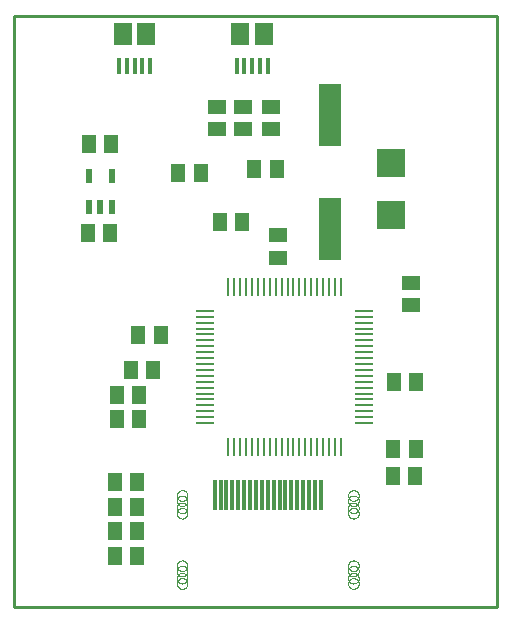
<source format=gtp>
G75*
%MOIN*%
%OFA0B0*%
%FSLAX25Y25*%
%IPPOS*%
%LPD*%
%AMOC8*
5,1,8,0,0,1.08239X$1,22.5*
%
%ADD10C,0.01000*%
%ADD11R,0.01575X0.05315*%
%ADD12R,0.05906X0.07480*%
%ADD13R,0.09449X0.09449*%
%ADD14R,0.05906X0.00984*%
%ADD15R,0.00984X0.05906*%
%ADD16R,0.01181X0.10236*%
%ADD17C,0.00000*%
%ADD18R,0.05118X0.05906*%
%ADD19R,0.05906X0.05118*%
%ADD20R,0.02200X0.04800*%
%ADD21R,0.07600X0.21000*%
%ADD22R,0.06299X0.05118*%
%ADD23R,0.05118X0.06299*%
D10*
X0045031Y0019923D02*
X0045031Y0216673D01*
X0206031Y0216673D01*
X0206031Y0019923D01*
X0045031Y0019923D01*
D11*
X0080213Y0200265D03*
X0082772Y0200265D03*
X0085331Y0200265D03*
X0087890Y0200265D03*
X0090449Y0200265D03*
X0119413Y0200265D03*
X0121972Y0200265D03*
X0124531Y0200265D03*
X0127090Y0200265D03*
X0129649Y0200265D03*
D12*
X0128468Y0210797D03*
X0120594Y0210757D03*
X0089268Y0210797D03*
X0081394Y0210757D03*
D13*
X0170884Y0167884D03*
X0170884Y0150561D03*
D14*
X0161906Y0118523D03*
X0161906Y0116555D03*
X0161906Y0114586D03*
X0161906Y0112618D03*
X0161906Y0110649D03*
X0161906Y0108681D03*
X0161906Y0106712D03*
X0161906Y0104744D03*
X0161906Y0102775D03*
X0161906Y0100807D03*
X0161906Y0098838D03*
X0161906Y0096870D03*
X0161906Y0094901D03*
X0161906Y0092933D03*
X0161906Y0090964D03*
X0161906Y0088996D03*
X0161906Y0087027D03*
X0161906Y0085059D03*
X0161906Y0083090D03*
X0161906Y0081122D03*
X0108756Y0081122D03*
X0108756Y0083090D03*
X0108756Y0085059D03*
X0108756Y0087027D03*
X0108756Y0088996D03*
X0108756Y0090964D03*
X0108756Y0092933D03*
X0108756Y0094901D03*
X0108756Y0096870D03*
X0108756Y0098838D03*
X0108756Y0100807D03*
X0108756Y0102775D03*
X0108756Y0104744D03*
X0108756Y0106712D03*
X0108756Y0108681D03*
X0108756Y0110649D03*
X0108756Y0112618D03*
X0108756Y0114586D03*
X0108756Y0116555D03*
X0108756Y0118523D03*
D15*
X0116630Y0126397D03*
X0118599Y0126397D03*
X0120567Y0126397D03*
X0122536Y0126397D03*
X0124504Y0126397D03*
X0126473Y0126397D03*
X0128441Y0126397D03*
X0130410Y0126397D03*
X0132378Y0126397D03*
X0134347Y0126397D03*
X0136315Y0126397D03*
X0138284Y0126397D03*
X0140252Y0126397D03*
X0142221Y0126397D03*
X0144189Y0126397D03*
X0146158Y0126397D03*
X0148126Y0126397D03*
X0150095Y0126397D03*
X0152063Y0126397D03*
X0154032Y0126397D03*
X0154032Y0073248D03*
X0152063Y0073248D03*
X0150095Y0073248D03*
X0148126Y0073248D03*
X0146158Y0073248D03*
X0144189Y0073248D03*
X0142221Y0073248D03*
X0140252Y0073248D03*
X0138284Y0073248D03*
X0136315Y0073248D03*
X0134347Y0073248D03*
X0132378Y0073248D03*
X0130410Y0073248D03*
X0128441Y0073248D03*
X0126473Y0073248D03*
X0124504Y0073248D03*
X0122536Y0073248D03*
X0120567Y0073248D03*
X0118599Y0073248D03*
X0116630Y0073248D03*
D16*
X0115952Y0057013D03*
X0117920Y0057013D03*
X0119889Y0057013D03*
X0121857Y0057013D03*
X0123826Y0057013D03*
X0125794Y0057013D03*
X0127763Y0057013D03*
X0129731Y0057013D03*
X0131700Y0057013D03*
X0133668Y0057013D03*
X0135637Y0057013D03*
X0137605Y0057013D03*
X0139574Y0057013D03*
X0141542Y0057013D03*
X0143511Y0057013D03*
X0145479Y0057013D03*
X0147448Y0057013D03*
X0113983Y0057013D03*
X0112015Y0057013D03*
D17*
X0099416Y0056974D02*
X0099418Y0057058D01*
X0099424Y0057141D01*
X0099434Y0057224D01*
X0099448Y0057307D01*
X0099465Y0057389D01*
X0099487Y0057470D01*
X0099512Y0057549D01*
X0099541Y0057628D01*
X0099574Y0057705D01*
X0099610Y0057780D01*
X0099650Y0057854D01*
X0099693Y0057926D01*
X0099740Y0057995D01*
X0099790Y0058062D01*
X0099843Y0058127D01*
X0099899Y0058189D01*
X0099957Y0058249D01*
X0100019Y0058306D01*
X0100083Y0058359D01*
X0100150Y0058410D01*
X0100219Y0058457D01*
X0100290Y0058502D01*
X0100363Y0058542D01*
X0100438Y0058579D01*
X0100515Y0058613D01*
X0100593Y0058643D01*
X0100672Y0058669D01*
X0100753Y0058692D01*
X0100835Y0058710D01*
X0100917Y0058725D01*
X0101000Y0058736D01*
X0101083Y0058743D01*
X0101167Y0058746D01*
X0101251Y0058745D01*
X0101334Y0058740D01*
X0101418Y0058731D01*
X0101500Y0058718D01*
X0101582Y0058702D01*
X0101663Y0058681D01*
X0101744Y0058657D01*
X0101822Y0058629D01*
X0101900Y0058597D01*
X0101976Y0058561D01*
X0102050Y0058522D01*
X0102122Y0058480D01*
X0102192Y0058434D01*
X0102260Y0058385D01*
X0102325Y0058333D01*
X0102388Y0058278D01*
X0102448Y0058220D01*
X0102506Y0058159D01*
X0102560Y0058095D01*
X0102612Y0058029D01*
X0102660Y0057961D01*
X0102705Y0057890D01*
X0102746Y0057817D01*
X0102785Y0057743D01*
X0102819Y0057667D01*
X0102850Y0057589D01*
X0102877Y0057510D01*
X0102901Y0057429D01*
X0102920Y0057348D01*
X0102936Y0057266D01*
X0102948Y0057183D01*
X0102956Y0057099D01*
X0102960Y0057016D01*
X0102960Y0056932D01*
X0102956Y0056849D01*
X0102948Y0056765D01*
X0102936Y0056682D01*
X0102920Y0056600D01*
X0102901Y0056519D01*
X0102877Y0056438D01*
X0102850Y0056359D01*
X0102819Y0056281D01*
X0102785Y0056205D01*
X0102746Y0056131D01*
X0102705Y0056058D01*
X0102660Y0055987D01*
X0102612Y0055919D01*
X0102560Y0055853D01*
X0102506Y0055789D01*
X0102448Y0055728D01*
X0102388Y0055670D01*
X0102325Y0055615D01*
X0102260Y0055563D01*
X0102192Y0055514D01*
X0102122Y0055468D01*
X0102050Y0055426D01*
X0101976Y0055387D01*
X0101900Y0055351D01*
X0101822Y0055319D01*
X0101744Y0055291D01*
X0101663Y0055267D01*
X0101582Y0055246D01*
X0101500Y0055230D01*
X0101418Y0055217D01*
X0101334Y0055208D01*
X0101251Y0055203D01*
X0101167Y0055202D01*
X0101083Y0055205D01*
X0101000Y0055212D01*
X0100917Y0055223D01*
X0100835Y0055238D01*
X0100753Y0055256D01*
X0100672Y0055279D01*
X0100593Y0055305D01*
X0100515Y0055335D01*
X0100438Y0055369D01*
X0100363Y0055406D01*
X0100290Y0055446D01*
X0100219Y0055491D01*
X0100150Y0055538D01*
X0100083Y0055589D01*
X0100019Y0055642D01*
X0099957Y0055699D01*
X0099899Y0055759D01*
X0099843Y0055821D01*
X0099790Y0055886D01*
X0099740Y0055953D01*
X0099693Y0056022D01*
X0099650Y0056094D01*
X0099610Y0056168D01*
X0099574Y0056243D01*
X0099541Y0056320D01*
X0099512Y0056399D01*
X0099487Y0056478D01*
X0099465Y0056559D01*
X0099448Y0056641D01*
X0099434Y0056724D01*
X0099424Y0056807D01*
X0099418Y0056890D01*
X0099416Y0056974D01*
X0099416Y0055202D02*
X0099418Y0055286D01*
X0099424Y0055369D01*
X0099434Y0055452D01*
X0099448Y0055535D01*
X0099465Y0055617D01*
X0099487Y0055698D01*
X0099512Y0055777D01*
X0099541Y0055856D01*
X0099574Y0055933D01*
X0099610Y0056008D01*
X0099650Y0056082D01*
X0099693Y0056154D01*
X0099740Y0056223D01*
X0099790Y0056290D01*
X0099843Y0056355D01*
X0099899Y0056417D01*
X0099957Y0056477D01*
X0100019Y0056534D01*
X0100083Y0056587D01*
X0100150Y0056638D01*
X0100219Y0056685D01*
X0100290Y0056730D01*
X0100363Y0056770D01*
X0100438Y0056807D01*
X0100515Y0056841D01*
X0100593Y0056871D01*
X0100672Y0056897D01*
X0100753Y0056920D01*
X0100835Y0056938D01*
X0100917Y0056953D01*
X0101000Y0056964D01*
X0101083Y0056971D01*
X0101167Y0056974D01*
X0101251Y0056973D01*
X0101334Y0056968D01*
X0101418Y0056959D01*
X0101500Y0056946D01*
X0101582Y0056930D01*
X0101663Y0056909D01*
X0101744Y0056885D01*
X0101822Y0056857D01*
X0101900Y0056825D01*
X0101976Y0056789D01*
X0102050Y0056750D01*
X0102122Y0056708D01*
X0102192Y0056662D01*
X0102260Y0056613D01*
X0102325Y0056561D01*
X0102388Y0056506D01*
X0102448Y0056448D01*
X0102506Y0056387D01*
X0102560Y0056323D01*
X0102612Y0056257D01*
X0102660Y0056189D01*
X0102705Y0056118D01*
X0102746Y0056045D01*
X0102785Y0055971D01*
X0102819Y0055895D01*
X0102850Y0055817D01*
X0102877Y0055738D01*
X0102901Y0055657D01*
X0102920Y0055576D01*
X0102936Y0055494D01*
X0102948Y0055411D01*
X0102956Y0055327D01*
X0102960Y0055244D01*
X0102960Y0055160D01*
X0102956Y0055077D01*
X0102948Y0054993D01*
X0102936Y0054910D01*
X0102920Y0054828D01*
X0102901Y0054747D01*
X0102877Y0054666D01*
X0102850Y0054587D01*
X0102819Y0054509D01*
X0102785Y0054433D01*
X0102746Y0054359D01*
X0102705Y0054286D01*
X0102660Y0054215D01*
X0102612Y0054147D01*
X0102560Y0054081D01*
X0102506Y0054017D01*
X0102448Y0053956D01*
X0102388Y0053898D01*
X0102325Y0053843D01*
X0102260Y0053791D01*
X0102192Y0053742D01*
X0102122Y0053696D01*
X0102050Y0053654D01*
X0101976Y0053615D01*
X0101900Y0053579D01*
X0101822Y0053547D01*
X0101744Y0053519D01*
X0101663Y0053495D01*
X0101582Y0053474D01*
X0101500Y0053458D01*
X0101418Y0053445D01*
X0101334Y0053436D01*
X0101251Y0053431D01*
X0101167Y0053430D01*
X0101083Y0053433D01*
X0101000Y0053440D01*
X0100917Y0053451D01*
X0100835Y0053466D01*
X0100753Y0053484D01*
X0100672Y0053507D01*
X0100593Y0053533D01*
X0100515Y0053563D01*
X0100438Y0053597D01*
X0100363Y0053634D01*
X0100290Y0053674D01*
X0100219Y0053719D01*
X0100150Y0053766D01*
X0100083Y0053817D01*
X0100019Y0053870D01*
X0099957Y0053927D01*
X0099899Y0053987D01*
X0099843Y0054049D01*
X0099790Y0054114D01*
X0099740Y0054181D01*
X0099693Y0054250D01*
X0099650Y0054322D01*
X0099610Y0054396D01*
X0099574Y0054471D01*
X0099541Y0054548D01*
X0099512Y0054627D01*
X0099487Y0054706D01*
X0099465Y0054787D01*
X0099448Y0054869D01*
X0099434Y0054952D01*
X0099424Y0055035D01*
X0099418Y0055118D01*
X0099416Y0055202D01*
X0099416Y0052840D02*
X0099418Y0052924D01*
X0099424Y0053007D01*
X0099434Y0053090D01*
X0099448Y0053173D01*
X0099465Y0053255D01*
X0099487Y0053336D01*
X0099512Y0053415D01*
X0099541Y0053494D01*
X0099574Y0053571D01*
X0099610Y0053646D01*
X0099650Y0053720D01*
X0099693Y0053792D01*
X0099740Y0053861D01*
X0099790Y0053928D01*
X0099843Y0053993D01*
X0099899Y0054055D01*
X0099957Y0054115D01*
X0100019Y0054172D01*
X0100083Y0054225D01*
X0100150Y0054276D01*
X0100219Y0054323D01*
X0100290Y0054368D01*
X0100363Y0054408D01*
X0100438Y0054445D01*
X0100515Y0054479D01*
X0100593Y0054509D01*
X0100672Y0054535D01*
X0100753Y0054558D01*
X0100835Y0054576D01*
X0100917Y0054591D01*
X0101000Y0054602D01*
X0101083Y0054609D01*
X0101167Y0054612D01*
X0101251Y0054611D01*
X0101334Y0054606D01*
X0101418Y0054597D01*
X0101500Y0054584D01*
X0101582Y0054568D01*
X0101663Y0054547D01*
X0101744Y0054523D01*
X0101822Y0054495D01*
X0101900Y0054463D01*
X0101976Y0054427D01*
X0102050Y0054388D01*
X0102122Y0054346D01*
X0102192Y0054300D01*
X0102260Y0054251D01*
X0102325Y0054199D01*
X0102388Y0054144D01*
X0102448Y0054086D01*
X0102506Y0054025D01*
X0102560Y0053961D01*
X0102612Y0053895D01*
X0102660Y0053827D01*
X0102705Y0053756D01*
X0102746Y0053683D01*
X0102785Y0053609D01*
X0102819Y0053533D01*
X0102850Y0053455D01*
X0102877Y0053376D01*
X0102901Y0053295D01*
X0102920Y0053214D01*
X0102936Y0053132D01*
X0102948Y0053049D01*
X0102956Y0052965D01*
X0102960Y0052882D01*
X0102960Y0052798D01*
X0102956Y0052715D01*
X0102948Y0052631D01*
X0102936Y0052548D01*
X0102920Y0052466D01*
X0102901Y0052385D01*
X0102877Y0052304D01*
X0102850Y0052225D01*
X0102819Y0052147D01*
X0102785Y0052071D01*
X0102746Y0051997D01*
X0102705Y0051924D01*
X0102660Y0051853D01*
X0102612Y0051785D01*
X0102560Y0051719D01*
X0102506Y0051655D01*
X0102448Y0051594D01*
X0102388Y0051536D01*
X0102325Y0051481D01*
X0102260Y0051429D01*
X0102192Y0051380D01*
X0102122Y0051334D01*
X0102050Y0051292D01*
X0101976Y0051253D01*
X0101900Y0051217D01*
X0101822Y0051185D01*
X0101744Y0051157D01*
X0101663Y0051133D01*
X0101582Y0051112D01*
X0101500Y0051096D01*
X0101418Y0051083D01*
X0101334Y0051074D01*
X0101251Y0051069D01*
X0101167Y0051068D01*
X0101083Y0051071D01*
X0101000Y0051078D01*
X0100917Y0051089D01*
X0100835Y0051104D01*
X0100753Y0051122D01*
X0100672Y0051145D01*
X0100593Y0051171D01*
X0100515Y0051201D01*
X0100438Y0051235D01*
X0100363Y0051272D01*
X0100290Y0051312D01*
X0100219Y0051357D01*
X0100150Y0051404D01*
X0100083Y0051455D01*
X0100019Y0051508D01*
X0099957Y0051565D01*
X0099899Y0051625D01*
X0099843Y0051687D01*
X0099790Y0051752D01*
X0099740Y0051819D01*
X0099693Y0051888D01*
X0099650Y0051960D01*
X0099610Y0052034D01*
X0099574Y0052109D01*
X0099541Y0052186D01*
X0099512Y0052265D01*
X0099487Y0052344D01*
X0099465Y0052425D01*
X0099448Y0052507D01*
X0099434Y0052590D01*
X0099424Y0052673D01*
X0099418Y0052756D01*
X0099416Y0052840D01*
X0099416Y0051068D02*
X0099418Y0051152D01*
X0099424Y0051235D01*
X0099434Y0051318D01*
X0099448Y0051401D01*
X0099465Y0051483D01*
X0099487Y0051564D01*
X0099512Y0051643D01*
X0099541Y0051722D01*
X0099574Y0051799D01*
X0099610Y0051874D01*
X0099650Y0051948D01*
X0099693Y0052020D01*
X0099740Y0052089D01*
X0099790Y0052156D01*
X0099843Y0052221D01*
X0099899Y0052283D01*
X0099957Y0052343D01*
X0100019Y0052400D01*
X0100083Y0052453D01*
X0100150Y0052504D01*
X0100219Y0052551D01*
X0100290Y0052596D01*
X0100363Y0052636D01*
X0100438Y0052673D01*
X0100515Y0052707D01*
X0100593Y0052737D01*
X0100672Y0052763D01*
X0100753Y0052786D01*
X0100835Y0052804D01*
X0100917Y0052819D01*
X0101000Y0052830D01*
X0101083Y0052837D01*
X0101167Y0052840D01*
X0101251Y0052839D01*
X0101334Y0052834D01*
X0101418Y0052825D01*
X0101500Y0052812D01*
X0101582Y0052796D01*
X0101663Y0052775D01*
X0101744Y0052751D01*
X0101822Y0052723D01*
X0101900Y0052691D01*
X0101976Y0052655D01*
X0102050Y0052616D01*
X0102122Y0052574D01*
X0102192Y0052528D01*
X0102260Y0052479D01*
X0102325Y0052427D01*
X0102388Y0052372D01*
X0102448Y0052314D01*
X0102506Y0052253D01*
X0102560Y0052189D01*
X0102612Y0052123D01*
X0102660Y0052055D01*
X0102705Y0051984D01*
X0102746Y0051911D01*
X0102785Y0051837D01*
X0102819Y0051761D01*
X0102850Y0051683D01*
X0102877Y0051604D01*
X0102901Y0051523D01*
X0102920Y0051442D01*
X0102936Y0051360D01*
X0102948Y0051277D01*
X0102956Y0051193D01*
X0102960Y0051110D01*
X0102960Y0051026D01*
X0102956Y0050943D01*
X0102948Y0050859D01*
X0102936Y0050776D01*
X0102920Y0050694D01*
X0102901Y0050613D01*
X0102877Y0050532D01*
X0102850Y0050453D01*
X0102819Y0050375D01*
X0102785Y0050299D01*
X0102746Y0050225D01*
X0102705Y0050152D01*
X0102660Y0050081D01*
X0102612Y0050013D01*
X0102560Y0049947D01*
X0102506Y0049883D01*
X0102448Y0049822D01*
X0102388Y0049764D01*
X0102325Y0049709D01*
X0102260Y0049657D01*
X0102192Y0049608D01*
X0102122Y0049562D01*
X0102050Y0049520D01*
X0101976Y0049481D01*
X0101900Y0049445D01*
X0101822Y0049413D01*
X0101744Y0049385D01*
X0101663Y0049361D01*
X0101582Y0049340D01*
X0101500Y0049324D01*
X0101418Y0049311D01*
X0101334Y0049302D01*
X0101251Y0049297D01*
X0101167Y0049296D01*
X0101083Y0049299D01*
X0101000Y0049306D01*
X0100917Y0049317D01*
X0100835Y0049332D01*
X0100753Y0049350D01*
X0100672Y0049373D01*
X0100593Y0049399D01*
X0100515Y0049429D01*
X0100438Y0049463D01*
X0100363Y0049500D01*
X0100290Y0049540D01*
X0100219Y0049585D01*
X0100150Y0049632D01*
X0100083Y0049683D01*
X0100019Y0049736D01*
X0099957Y0049793D01*
X0099899Y0049853D01*
X0099843Y0049915D01*
X0099790Y0049980D01*
X0099740Y0050047D01*
X0099693Y0050116D01*
X0099650Y0050188D01*
X0099610Y0050262D01*
X0099574Y0050337D01*
X0099541Y0050414D01*
X0099512Y0050493D01*
X0099487Y0050572D01*
X0099465Y0050653D01*
X0099448Y0050735D01*
X0099434Y0050818D01*
X0099424Y0050901D01*
X0099418Y0050984D01*
X0099416Y0051068D01*
X0099416Y0033549D02*
X0099418Y0033633D01*
X0099424Y0033716D01*
X0099434Y0033799D01*
X0099448Y0033882D01*
X0099465Y0033964D01*
X0099487Y0034045D01*
X0099512Y0034124D01*
X0099541Y0034203D01*
X0099574Y0034280D01*
X0099610Y0034355D01*
X0099650Y0034429D01*
X0099693Y0034501D01*
X0099740Y0034570D01*
X0099790Y0034637D01*
X0099843Y0034702D01*
X0099899Y0034764D01*
X0099957Y0034824D01*
X0100019Y0034881D01*
X0100083Y0034934D01*
X0100150Y0034985D01*
X0100219Y0035032D01*
X0100290Y0035077D01*
X0100363Y0035117D01*
X0100438Y0035154D01*
X0100515Y0035188D01*
X0100593Y0035218D01*
X0100672Y0035244D01*
X0100753Y0035267D01*
X0100835Y0035285D01*
X0100917Y0035300D01*
X0101000Y0035311D01*
X0101083Y0035318D01*
X0101167Y0035321D01*
X0101251Y0035320D01*
X0101334Y0035315D01*
X0101418Y0035306D01*
X0101500Y0035293D01*
X0101582Y0035277D01*
X0101663Y0035256D01*
X0101744Y0035232D01*
X0101822Y0035204D01*
X0101900Y0035172D01*
X0101976Y0035136D01*
X0102050Y0035097D01*
X0102122Y0035055D01*
X0102192Y0035009D01*
X0102260Y0034960D01*
X0102325Y0034908D01*
X0102388Y0034853D01*
X0102448Y0034795D01*
X0102506Y0034734D01*
X0102560Y0034670D01*
X0102612Y0034604D01*
X0102660Y0034536D01*
X0102705Y0034465D01*
X0102746Y0034392D01*
X0102785Y0034318D01*
X0102819Y0034242D01*
X0102850Y0034164D01*
X0102877Y0034085D01*
X0102901Y0034004D01*
X0102920Y0033923D01*
X0102936Y0033841D01*
X0102948Y0033758D01*
X0102956Y0033674D01*
X0102960Y0033591D01*
X0102960Y0033507D01*
X0102956Y0033424D01*
X0102948Y0033340D01*
X0102936Y0033257D01*
X0102920Y0033175D01*
X0102901Y0033094D01*
X0102877Y0033013D01*
X0102850Y0032934D01*
X0102819Y0032856D01*
X0102785Y0032780D01*
X0102746Y0032706D01*
X0102705Y0032633D01*
X0102660Y0032562D01*
X0102612Y0032494D01*
X0102560Y0032428D01*
X0102506Y0032364D01*
X0102448Y0032303D01*
X0102388Y0032245D01*
X0102325Y0032190D01*
X0102260Y0032138D01*
X0102192Y0032089D01*
X0102122Y0032043D01*
X0102050Y0032001D01*
X0101976Y0031962D01*
X0101900Y0031926D01*
X0101822Y0031894D01*
X0101744Y0031866D01*
X0101663Y0031842D01*
X0101582Y0031821D01*
X0101500Y0031805D01*
X0101418Y0031792D01*
X0101334Y0031783D01*
X0101251Y0031778D01*
X0101167Y0031777D01*
X0101083Y0031780D01*
X0101000Y0031787D01*
X0100917Y0031798D01*
X0100835Y0031813D01*
X0100753Y0031831D01*
X0100672Y0031854D01*
X0100593Y0031880D01*
X0100515Y0031910D01*
X0100438Y0031944D01*
X0100363Y0031981D01*
X0100290Y0032021D01*
X0100219Y0032066D01*
X0100150Y0032113D01*
X0100083Y0032164D01*
X0100019Y0032217D01*
X0099957Y0032274D01*
X0099899Y0032334D01*
X0099843Y0032396D01*
X0099790Y0032461D01*
X0099740Y0032528D01*
X0099693Y0032597D01*
X0099650Y0032669D01*
X0099610Y0032743D01*
X0099574Y0032818D01*
X0099541Y0032895D01*
X0099512Y0032974D01*
X0099487Y0033053D01*
X0099465Y0033134D01*
X0099448Y0033216D01*
X0099434Y0033299D01*
X0099424Y0033382D01*
X0099418Y0033465D01*
X0099416Y0033549D01*
X0099416Y0031777D02*
X0099418Y0031861D01*
X0099424Y0031944D01*
X0099434Y0032027D01*
X0099448Y0032110D01*
X0099465Y0032192D01*
X0099487Y0032273D01*
X0099512Y0032352D01*
X0099541Y0032431D01*
X0099574Y0032508D01*
X0099610Y0032583D01*
X0099650Y0032657D01*
X0099693Y0032729D01*
X0099740Y0032798D01*
X0099790Y0032865D01*
X0099843Y0032930D01*
X0099899Y0032992D01*
X0099957Y0033052D01*
X0100019Y0033109D01*
X0100083Y0033162D01*
X0100150Y0033213D01*
X0100219Y0033260D01*
X0100290Y0033305D01*
X0100363Y0033345D01*
X0100438Y0033382D01*
X0100515Y0033416D01*
X0100593Y0033446D01*
X0100672Y0033472D01*
X0100753Y0033495D01*
X0100835Y0033513D01*
X0100917Y0033528D01*
X0101000Y0033539D01*
X0101083Y0033546D01*
X0101167Y0033549D01*
X0101251Y0033548D01*
X0101334Y0033543D01*
X0101418Y0033534D01*
X0101500Y0033521D01*
X0101582Y0033505D01*
X0101663Y0033484D01*
X0101744Y0033460D01*
X0101822Y0033432D01*
X0101900Y0033400D01*
X0101976Y0033364D01*
X0102050Y0033325D01*
X0102122Y0033283D01*
X0102192Y0033237D01*
X0102260Y0033188D01*
X0102325Y0033136D01*
X0102388Y0033081D01*
X0102448Y0033023D01*
X0102506Y0032962D01*
X0102560Y0032898D01*
X0102612Y0032832D01*
X0102660Y0032764D01*
X0102705Y0032693D01*
X0102746Y0032620D01*
X0102785Y0032546D01*
X0102819Y0032470D01*
X0102850Y0032392D01*
X0102877Y0032313D01*
X0102901Y0032232D01*
X0102920Y0032151D01*
X0102936Y0032069D01*
X0102948Y0031986D01*
X0102956Y0031902D01*
X0102960Y0031819D01*
X0102960Y0031735D01*
X0102956Y0031652D01*
X0102948Y0031568D01*
X0102936Y0031485D01*
X0102920Y0031403D01*
X0102901Y0031322D01*
X0102877Y0031241D01*
X0102850Y0031162D01*
X0102819Y0031084D01*
X0102785Y0031008D01*
X0102746Y0030934D01*
X0102705Y0030861D01*
X0102660Y0030790D01*
X0102612Y0030722D01*
X0102560Y0030656D01*
X0102506Y0030592D01*
X0102448Y0030531D01*
X0102388Y0030473D01*
X0102325Y0030418D01*
X0102260Y0030366D01*
X0102192Y0030317D01*
X0102122Y0030271D01*
X0102050Y0030229D01*
X0101976Y0030190D01*
X0101900Y0030154D01*
X0101822Y0030122D01*
X0101744Y0030094D01*
X0101663Y0030070D01*
X0101582Y0030049D01*
X0101500Y0030033D01*
X0101418Y0030020D01*
X0101334Y0030011D01*
X0101251Y0030006D01*
X0101167Y0030005D01*
X0101083Y0030008D01*
X0101000Y0030015D01*
X0100917Y0030026D01*
X0100835Y0030041D01*
X0100753Y0030059D01*
X0100672Y0030082D01*
X0100593Y0030108D01*
X0100515Y0030138D01*
X0100438Y0030172D01*
X0100363Y0030209D01*
X0100290Y0030249D01*
X0100219Y0030294D01*
X0100150Y0030341D01*
X0100083Y0030392D01*
X0100019Y0030445D01*
X0099957Y0030502D01*
X0099899Y0030562D01*
X0099843Y0030624D01*
X0099790Y0030689D01*
X0099740Y0030756D01*
X0099693Y0030825D01*
X0099650Y0030897D01*
X0099610Y0030971D01*
X0099574Y0031046D01*
X0099541Y0031123D01*
X0099512Y0031202D01*
X0099487Y0031281D01*
X0099465Y0031362D01*
X0099448Y0031444D01*
X0099434Y0031527D01*
X0099424Y0031610D01*
X0099418Y0031693D01*
X0099416Y0031777D01*
X0099416Y0029415D02*
X0099418Y0029499D01*
X0099424Y0029582D01*
X0099434Y0029665D01*
X0099448Y0029748D01*
X0099465Y0029830D01*
X0099487Y0029911D01*
X0099512Y0029990D01*
X0099541Y0030069D01*
X0099574Y0030146D01*
X0099610Y0030221D01*
X0099650Y0030295D01*
X0099693Y0030367D01*
X0099740Y0030436D01*
X0099790Y0030503D01*
X0099843Y0030568D01*
X0099899Y0030630D01*
X0099957Y0030690D01*
X0100019Y0030747D01*
X0100083Y0030800D01*
X0100150Y0030851D01*
X0100219Y0030898D01*
X0100290Y0030943D01*
X0100363Y0030983D01*
X0100438Y0031020D01*
X0100515Y0031054D01*
X0100593Y0031084D01*
X0100672Y0031110D01*
X0100753Y0031133D01*
X0100835Y0031151D01*
X0100917Y0031166D01*
X0101000Y0031177D01*
X0101083Y0031184D01*
X0101167Y0031187D01*
X0101251Y0031186D01*
X0101334Y0031181D01*
X0101418Y0031172D01*
X0101500Y0031159D01*
X0101582Y0031143D01*
X0101663Y0031122D01*
X0101744Y0031098D01*
X0101822Y0031070D01*
X0101900Y0031038D01*
X0101976Y0031002D01*
X0102050Y0030963D01*
X0102122Y0030921D01*
X0102192Y0030875D01*
X0102260Y0030826D01*
X0102325Y0030774D01*
X0102388Y0030719D01*
X0102448Y0030661D01*
X0102506Y0030600D01*
X0102560Y0030536D01*
X0102612Y0030470D01*
X0102660Y0030402D01*
X0102705Y0030331D01*
X0102746Y0030258D01*
X0102785Y0030184D01*
X0102819Y0030108D01*
X0102850Y0030030D01*
X0102877Y0029951D01*
X0102901Y0029870D01*
X0102920Y0029789D01*
X0102936Y0029707D01*
X0102948Y0029624D01*
X0102956Y0029540D01*
X0102960Y0029457D01*
X0102960Y0029373D01*
X0102956Y0029290D01*
X0102948Y0029206D01*
X0102936Y0029123D01*
X0102920Y0029041D01*
X0102901Y0028960D01*
X0102877Y0028879D01*
X0102850Y0028800D01*
X0102819Y0028722D01*
X0102785Y0028646D01*
X0102746Y0028572D01*
X0102705Y0028499D01*
X0102660Y0028428D01*
X0102612Y0028360D01*
X0102560Y0028294D01*
X0102506Y0028230D01*
X0102448Y0028169D01*
X0102388Y0028111D01*
X0102325Y0028056D01*
X0102260Y0028004D01*
X0102192Y0027955D01*
X0102122Y0027909D01*
X0102050Y0027867D01*
X0101976Y0027828D01*
X0101900Y0027792D01*
X0101822Y0027760D01*
X0101744Y0027732D01*
X0101663Y0027708D01*
X0101582Y0027687D01*
X0101500Y0027671D01*
X0101418Y0027658D01*
X0101334Y0027649D01*
X0101251Y0027644D01*
X0101167Y0027643D01*
X0101083Y0027646D01*
X0101000Y0027653D01*
X0100917Y0027664D01*
X0100835Y0027679D01*
X0100753Y0027697D01*
X0100672Y0027720D01*
X0100593Y0027746D01*
X0100515Y0027776D01*
X0100438Y0027810D01*
X0100363Y0027847D01*
X0100290Y0027887D01*
X0100219Y0027932D01*
X0100150Y0027979D01*
X0100083Y0028030D01*
X0100019Y0028083D01*
X0099957Y0028140D01*
X0099899Y0028200D01*
X0099843Y0028262D01*
X0099790Y0028327D01*
X0099740Y0028394D01*
X0099693Y0028463D01*
X0099650Y0028535D01*
X0099610Y0028609D01*
X0099574Y0028684D01*
X0099541Y0028761D01*
X0099512Y0028840D01*
X0099487Y0028919D01*
X0099465Y0029000D01*
X0099448Y0029082D01*
X0099434Y0029165D01*
X0099424Y0029248D01*
X0099418Y0029331D01*
X0099416Y0029415D01*
X0099416Y0027643D02*
X0099418Y0027727D01*
X0099424Y0027810D01*
X0099434Y0027893D01*
X0099448Y0027976D01*
X0099465Y0028058D01*
X0099487Y0028139D01*
X0099512Y0028218D01*
X0099541Y0028297D01*
X0099574Y0028374D01*
X0099610Y0028449D01*
X0099650Y0028523D01*
X0099693Y0028595D01*
X0099740Y0028664D01*
X0099790Y0028731D01*
X0099843Y0028796D01*
X0099899Y0028858D01*
X0099957Y0028918D01*
X0100019Y0028975D01*
X0100083Y0029028D01*
X0100150Y0029079D01*
X0100219Y0029126D01*
X0100290Y0029171D01*
X0100363Y0029211D01*
X0100438Y0029248D01*
X0100515Y0029282D01*
X0100593Y0029312D01*
X0100672Y0029338D01*
X0100753Y0029361D01*
X0100835Y0029379D01*
X0100917Y0029394D01*
X0101000Y0029405D01*
X0101083Y0029412D01*
X0101167Y0029415D01*
X0101251Y0029414D01*
X0101334Y0029409D01*
X0101418Y0029400D01*
X0101500Y0029387D01*
X0101582Y0029371D01*
X0101663Y0029350D01*
X0101744Y0029326D01*
X0101822Y0029298D01*
X0101900Y0029266D01*
X0101976Y0029230D01*
X0102050Y0029191D01*
X0102122Y0029149D01*
X0102192Y0029103D01*
X0102260Y0029054D01*
X0102325Y0029002D01*
X0102388Y0028947D01*
X0102448Y0028889D01*
X0102506Y0028828D01*
X0102560Y0028764D01*
X0102612Y0028698D01*
X0102660Y0028630D01*
X0102705Y0028559D01*
X0102746Y0028486D01*
X0102785Y0028412D01*
X0102819Y0028336D01*
X0102850Y0028258D01*
X0102877Y0028179D01*
X0102901Y0028098D01*
X0102920Y0028017D01*
X0102936Y0027935D01*
X0102948Y0027852D01*
X0102956Y0027768D01*
X0102960Y0027685D01*
X0102960Y0027601D01*
X0102956Y0027518D01*
X0102948Y0027434D01*
X0102936Y0027351D01*
X0102920Y0027269D01*
X0102901Y0027188D01*
X0102877Y0027107D01*
X0102850Y0027028D01*
X0102819Y0026950D01*
X0102785Y0026874D01*
X0102746Y0026800D01*
X0102705Y0026727D01*
X0102660Y0026656D01*
X0102612Y0026588D01*
X0102560Y0026522D01*
X0102506Y0026458D01*
X0102448Y0026397D01*
X0102388Y0026339D01*
X0102325Y0026284D01*
X0102260Y0026232D01*
X0102192Y0026183D01*
X0102122Y0026137D01*
X0102050Y0026095D01*
X0101976Y0026056D01*
X0101900Y0026020D01*
X0101822Y0025988D01*
X0101744Y0025960D01*
X0101663Y0025936D01*
X0101582Y0025915D01*
X0101500Y0025899D01*
X0101418Y0025886D01*
X0101334Y0025877D01*
X0101251Y0025872D01*
X0101167Y0025871D01*
X0101083Y0025874D01*
X0101000Y0025881D01*
X0100917Y0025892D01*
X0100835Y0025907D01*
X0100753Y0025925D01*
X0100672Y0025948D01*
X0100593Y0025974D01*
X0100515Y0026004D01*
X0100438Y0026038D01*
X0100363Y0026075D01*
X0100290Y0026115D01*
X0100219Y0026160D01*
X0100150Y0026207D01*
X0100083Y0026258D01*
X0100019Y0026311D01*
X0099957Y0026368D01*
X0099899Y0026428D01*
X0099843Y0026490D01*
X0099790Y0026555D01*
X0099740Y0026622D01*
X0099693Y0026691D01*
X0099650Y0026763D01*
X0099610Y0026837D01*
X0099574Y0026912D01*
X0099541Y0026989D01*
X0099512Y0027068D01*
X0099487Y0027147D01*
X0099465Y0027228D01*
X0099448Y0027310D01*
X0099434Y0027393D01*
X0099424Y0027476D01*
X0099418Y0027559D01*
X0099416Y0027643D01*
X0156503Y0027643D02*
X0156505Y0027727D01*
X0156511Y0027810D01*
X0156521Y0027893D01*
X0156535Y0027976D01*
X0156552Y0028058D01*
X0156574Y0028139D01*
X0156599Y0028218D01*
X0156628Y0028297D01*
X0156661Y0028374D01*
X0156697Y0028449D01*
X0156737Y0028523D01*
X0156780Y0028595D01*
X0156827Y0028664D01*
X0156877Y0028731D01*
X0156930Y0028796D01*
X0156986Y0028858D01*
X0157044Y0028918D01*
X0157106Y0028975D01*
X0157170Y0029028D01*
X0157237Y0029079D01*
X0157306Y0029126D01*
X0157377Y0029171D01*
X0157450Y0029211D01*
X0157525Y0029248D01*
X0157602Y0029282D01*
X0157680Y0029312D01*
X0157759Y0029338D01*
X0157840Y0029361D01*
X0157922Y0029379D01*
X0158004Y0029394D01*
X0158087Y0029405D01*
X0158170Y0029412D01*
X0158254Y0029415D01*
X0158338Y0029414D01*
X0158421Y0029409D01*
X0158505Y0029400D01*
X0158587Y0029387D01*
X0158669Y0029371D01*
X0158750Y0029350D01*
X0158831Y0029326D01*
X0158909Y0029298D01*
X0158987Y0029266D01*
X0159063Y0029230D01*
X0159137Y0029191D01*
X0159209Y0029149D01*
X0159279Y0029103D01*
X0159347Y0029054D01*
X0159412Y0029002D01*
X0159475Y0028947D01*
X0159535Y0028889D01*
X0159593Y0028828D01*
X0159647Y0028764D01*
X0159699Y0028698D01*
X0159747Y0028630D01*
X0159792Y0028559D01*
X0159833Y0028486D01*
X0159872Y0028412D01*
X0159906Y0028336D01*
X0159937Y0028258D01*
X0159964Y0028179D01*
X0159988Y0028098D01*
X0160007Y0028017D01*
X0160023Y0027935D01*
X0160035Y0027852D01*
X0160043Y0027768D01*
X0160047Y0027685D01*
X0160047Y0027601D01*
X0160043Y0027518D01*
X0160035Y0027434D01*
X0160023Y0027351D01*
X0160007Y0027269D01*
X0159988Y0027188D01*
X0159964Y0027107D01*
X0159937Y0027028D01*
X0159906Y0026950D01*
X0159872Y0026874D01*
X0159833Y0026800D01*
X0159792Y0026727D01*
X0159747Y0026656D01*
X0159699Y0026588D01*
X0159647Y0026522D01*
X0159593Y0026458D01*
X0159535Y0026397D01*
X0159475Y0026339D01*
X0159412Y0026284D01*
X0159347Y0026232D01*
X0159279Y0026183D01*
X0159209Y0026137D01*
X0159137Y0026095D01*
X0159063Y0026056D01*
X0158987Y0026020D01*
X0158909Y0025988D01*
X0158831Y0025960D01*
X0158750Y0025936D01*
X0158669Y0025915D01*
X0158587Y0025899D01*
X0158505Y0025886D01*
X0158421Y0025877D01*
X0158338Y0025872D01*
X0158254Y0025871D01*
X0158170Y0025874D01*
X0158087Y0025881D01*
X0158004Y0025892D01*
X0157922Y0025907D01*
X0157840Y0025925D01*
X0157759Y0025948D01*
X0157680Y0025974D01*
X0157602Y0026004D01*
X0157525Y0026038D01*
X0157450Y0026075D01*
X0157377Y0026115D01*
X0157306Y0026160D01*
X0157237Y0026207D01*
X0157170Y0026258D01*
X0157106Y0026311D01*
X0157044Y0026368D01*
X0156986Y0026428D01*
X0156930Y0026490D01*
X0156877Y0026555D01*
X0156827Y0026622D01*
X0156780Y0026691D01*
X0156737Y0026763D01*
X0156697Y0026837D01*
X0156661Y0026912D01*
X0156628Y0026989D01*
X0156599Y0027068D01*
X0156574Y0027147D01*
X0156552Y0027228D01*
X0156535Y0027310D01*
X0156521Y0027393D01*
X0156511Y0027476D01*
X0156505Y0027559D01*
X0156503Y0027643D01*
X0156503Y0029415D02*
X0156505Y0029499D01*
X0156511Y0029582D01*
X0156521Y0029665D01*
X0156535Y0029748D01*
X0156552Y0029830D01*
X0156574Y0029911D01*
X0156599Y0029990D01*
X0156628Y0030069D01*
X0156661Y0030146D01*
X0156697Y0030221D01*
X0156737Y0030295D01*
X0156780Y0030367D01*
X0156827Y0030436D01*
X0156877Y0030503D01*
X0156930Y0030568D01*
X0156986Y0030630D01*
X0157044Y0030690D01*
X0157106Y0030747D01*
X0157170Y0030800D01*
X0157237Y0030851D01*
X0157306Y0030898D01*
X0157377Y0030943D01*
X0157450Y0030983D01*
X0157525Y0031020D01*
X0157602Y0031054D01*
X0157680Y0031084D01*
X0157759Y0031110D01*
X0157840Y0031133D01*
X0157922Y0031151D01*
X0158004Y0031166D01*
X0158087Y0031177D01*
X0158170Y0031184D01*
X0158254Y0031187D01*
X0158338Y0031186D01*
X0158421Y0031181D01*
X0158505Y0031172D01*
X0158587Y0031159D01*
X0158669Y0031143D01*
X0158750Y0031122D01*
X0158831Y0031098D01*
X0158909Y0031070D01*
X0158987Y0031038D01*
X0159063Y0031002D01*
X0159137Y0030963D01*
X0159209Y0030921D01*
X0159279Y0030875D01*
X0159347Y0030826D01*
X0159412Y0030774D01*
X0159475Y0030719D01*
X0159535Y0030661D01*
X0159593Y0030600D01*
X0159647Y0030536D01*
X0159699Y0030470D01*
X0159747Y0030402D01*
X0159792Y0030331D01*
X0159833Y0030258D01*
X0159872Y0030184D01*
X0159906Y0030108D01*
X0159937Y0030030D01*
X0159964Y0029951D01*
X0159988Y0029870D01*
X0160007Y0029789D01*
X0160023Y0029707D01*
X0160035Y0029624D01*
X0160043Y0029540D01*
X0160047Y0029457D01*
X0160047Y0029373D01*
X0160043Y0029290D01*
X0160035Y0029206D01*
X0160023Y0029123D01*
X0160007Y0029041D01*
X0159988Y0028960D01*
X0159964Y0028879D01*
X0159937Y0028800D01*
X0159906Y0028722D01*
X0159872Y0028646D01*
X0159833Y0028572D01*
X0159792Y0028499D01*
X0159747Y0028428D01*
X0159699Y0028360D01*
X0159647Y0028294D01*
X0159593Y0028230D01*
X0159535Y0028169D01*
X0159475Y0028111D01*
X0159412Y0028056D01*
X0159347Y0028004D01*
X0159279Y0027955D01*
X0159209Y0027909D01*
X0159137Y0027867D01*
X0159063Y0027828D01*
X0158987Y0027792D01*
X0158909Y0027760D01*
X0158831Y0027732D01*
X0158750Y0027708D01*
X0158669Y0027687D01*
X0158587Y0027671D01*
X0158505Y0027658D01*
X0158421Y0027649D01*
X0158338Y0027644D01*
X0158254Y0027643D01*
X0158170Y0027646D01*
X0158087Y0027653D01*
X0158004Y0027664D01*
X0157922Y0027679D01*
X0157840Y0027697D01*
X0157759Y0027720D01*
X0157680Y0027746D01*
X0157602Y0027776D01*
X0157525Y0027810D01*
X0157450Y0027847D01*
X0157377Y0027887D01*
X0157306Y0027932D01*
X0157237Y0027979D01*
X0157170Y0028030D01*
X0157106Y0028083D01*
X0157044Y0028140D01*
X0156986Y0028200D01*
X0156930Y0028262D01*
X0156877Y0028327D01*
X0156827Y0028394D01*
X0156780Y0028463D01*
X0156737Y0028535D01*
X0156697Y0028609D01*
X0156661Y0028684D01*
X0156628Y0028761D01*
X0156599Y0028840D01*
X0156574Y0028919D01*
X0156552Y0029000D01*
X0156535Y0029082D01*
X0156521Y0029165D01*
X0156511Y0029248D01*
X0156505Y0029331D01*
X0156503Y0029415D01*
X0156503Y0031777D02*
X0156505Y0031861D01*
X0156511Y0031944D01*
X0156521Y0032027D01*
X0156535Y0032110D01*
X0156552Y0032192D01*
X0156574Y0032273D01*
X0156599Y0032352D01*
X0156628Y0032431D01*
X0156661Y0032508D01*
X0156697Y0032583D01*
X0156737Y0032657D01*
X0156780Y0032729D01*
X0156827Y0032798D01*
X0156877Y0032865D01*
X0156930Y0032930D01*
X0156986Y0032992D01*
X0157044Y0033052D01*
X0157106Y0033109D01*
X0157170Y0033162D01*
X0157237Y0033213D01*
X0157306Y0033260D01*
X0157377Y0033305D01*
X0157450Y0033345D01*
X0157525Y0033382D01*
X0157602Y0033416D01*
X0157680Y0033446D01*
X0157759Y0033472D01*
X0157840Y0033495D01*
X0157922Y0033513D01*
X0158004Y0033528D01*
X0158087Y0033539D01*
X0158170Y0033546D01*
X0158254Y0033549D01*
X0158338Y0033548D01*
X0158421Y0033543D01*
X0158505Y0033534D01*
X0158587Y0033521D01*
X0158669Y0033505D01*
X0158750Y0033484D01*
X0158831Y0033460D01*
X0158909Y0033432D01*
X0158987Y0033400D01*
X0159063Y0033364D01*
X0159137Y0033325D01*
X0159209Y0033283D01*
X0159279Y0033237D01*
X0159347Y0033188D01*
X0159412Y0033136D01*
X0159475Y0033081D01*
X0159535Y0033023D01*
X0159593Y0032962D01*
X0159647Y0032898D01*
X0159699Y0032832D01*
X0159747Y0032764D01*
X0159792Y0032693D01*
X0159833Y0032620D01*
X0159872Y0032546D01*
X0159906Y0032470D01*
X0159937Y0032392D01*
X0159964Y0032313D01*
X0159988Y0032232D01*
X0160007Y0032151D01*
X0160023Y0032069D01*
X0160035Y0031986D01*
X0160043Y0031902D01*
X0160047Y0031819D01*
X0160047Y0031735D01*
X0160043Y0031652D01*
X0160035Y0031568D01*
X0160023Y0031485D01*
X0160007Y0031403D01*
X0159988Y0031322D01*
X0159964Y0031241D01*
X0159937Y0031162D01*
X0159906Y0031084D01*
X0159872Y0031008D01*
X0159833Y0030934D01*
X0159792Y0030861D01*
X0159747Y0030790D01*
X0159699Y0030722D01*
X0159647Y0030656D01*
X0159593Y0030592D01*
X0159535Y0030531D01*
X0159475Y0030473D01*
X0159412Y0030418D01*
X0159347Y0030366D01*
X0159279Y0030317D01*
X0159209Y0030271D01*
X0159137Y0030229D01*
X0159063Y0030190D01*
X0158987Y0030154D01*
X0158909Y0030122D01*
X0158831Y0030094D01*
X0158750Y0030070D01*
X0158669Y0030049D01*
X0158587Y0030033D01*
X0158505Y0030020D01*
X0158421Y0030011D01*
X0158338Y0030006D01*
X0158254Y0030005D01*
X0158170Y0030008D01*
X0158087Y0030015D01*
X0158004Y0030026D01*
X0157922Y0030041D01*
X0157840Y0030059D01*
X0157759Y0030082D01*
X0157680Y0030108D01*
X0157602Y0030138D01*
X0157525Y0030172D01*
X0157450Y0030209D01*
X0157377Y0030249D01*
X0157306Y0030294D01*
X0157237Y0030341D01*
X0157170Y0030392D01*
X0157106Y0030445D01*
X0157044Y0030502D01*
X0156986Y0030562D01*
X0156930Y0030624D01*
X0156877Y0030689D01*
X0156827Y0030756D01*
X0156780Y0030825D01*
X0156737Y0030897D01*
X0156697Y0030971D01*
X0156661Y0031046D01*
X0156628Y0031123D01*
X0156599Y0031202D01*
X0156574Y0031281D01*
X0156552Y0031362D01*
X0156535Y0031444D01*
X0156521Y0031527D01*
X0156511Y0031610D01*
X0156505Y0031693D01*
X0156503Y0031777D01*
X0156503Y0033549D02*
X0156505Y0033633D01*
X0156511Y0033716D01*
X0156521Y0033799D01*
X0156535Y0033882D01*
X0156552Y0033964D01*
X0156574Y0034045D01*
X0156599Y0034124D01*
X0156628Y0034203D01*
X0156661Y0034280D01*
X0156697Y0034355D01*
X0156737Y0034429D01*
X0156780Y0034501D01*
X0156827Y0034570D01*
X0156877Y0034637D01*
X0156930Y0034702D01*
X0156986Y0034764D01*
X0157044Y0034824D01*
X0157106Y0034881D01*
X0157170Y0034934D01*
X0157237Y0034985D01*
X0157306Y0035032D01*
X0157377Y0035077D01*
X0157450Y0035117D01*
X0157525Y0035154D01*
X0157602Y0035188D01*
X0157680Y0035218D01*
X0157759Y0035244D01*
X0157840Y0035267D01*
X0157922Y0035285D01*
X0158004Y0035300D01*
X0158087Y0035311D01*
X0158170Y0035318D01*
X0158254Y0035321D01*
X0158338Y0035320D01*
X0158421Y0035315D01*
X0158505Y0035306D01*
X0158587Y0035293D01*
X0158669Y0035277D01*
X0158750Y0035256D01*
X0158831Y0035232D01*
X0158909Y0035204D01*
X0158987Y0035172D01*
X0159063Y0035136D01*
X0159137Y0035097D01*
X0159209Y0035055D01*
X0159279Y0035009D01*
X0159347Y0034960D01*
X0159412Y0034908D01*
X0159475Y0034853D01*
X0159535Y0034795D01*
X0159593Y0034734D01*
X0159647Y0034670D01*
X0159699Y0034604D01*
X0159747Y0034536D01*
X0159792Y0034465D01*
X0159833Y0034392D01*
X0159872Y0034318D01*
X0159906Y0034242D01*
X0159937Y0034164D01*
X0159964Y0034085D01*
X0159988Y0034004D01*
X0160007Y0033923D01*
X0160023Y0033841D01*
X0160035Y0033758D01*
X0160043Y0033674D01*
X0160047Y0033591D01*
X0160047Y0033507D01*
X0160043Y0033424D01*
X0160035Y0033340D01*
X0160023Y0033257D01*
X0160007Y0033175D01*
X0159988Y0033094D01*
X0159964Y0033013D01*
X0159937Y0032934D01*
X0159906Y0032856D01*
X0159872Y0032780D01*
X0159833Y0032706D01*
X0159792Y0032633D01*
X0159747Y0032562D01*
X0159699Y0032494D01*
X0159647Y0032428D01*
X0159593Y0032364D01*
X0159535Y0032303D01*
X0159475Y0032245D01*
X0159412Y0032190D01*
X0159347Y0032138D01*
X0159279Y0032089D01*
X0159209Y0032043D01*
X0159137Y0032001D01*
X0159063Y0031962D01*
X0158987Y0031926D01*
X0158909Y0031894D01*
X0158831Y0031866D01*
X0158750Y0031842D01*
X0158669Y0031821D01*
X0158587Y0031805D01*
X0158505Y0031792D01*
X0158421Y0031783D01*
X0158338Y0031778D01*
X0158254Y0031777D01*
X0158170Y0031780D01*
X0158087Y0031787D01*
X0158004Y0031798D01*
X0157922Y0031813D01*
X0157840Y0031831D01*
X0157759Y0031854D01*
X0157680Y0031880D01*
X0157602Y0031910D01*
X0157525Y0031944D01*
X0157450Y0031981D01*
X0157377Y0032021D01*
X0157306Y0032066D01*
X0157237Y0032113D01*
X0157170Y0032164D01*
X0157106Y0032217D01*
X0157044Y0032274D01*
X0156986Y0032334D01*
X0156930Y0032396D01*
X0156877Y0032461D01*
X0156827Y0032528D01*
X0156780Y0032597D01*
X0156737Y0032669D01*
X0156697Y0032743D01*
X0156661Y0032818D01*
X0156628Y0032895D01*
X0156599Y0032974D01*
X0156574Y0033053D01*
X0156552Y0033134D01*
X0156535Y0033216D01*
X0156521Y0033299D01*
X0156511Y0033382D01*
X0156505Y0033465D01*
X0156503Y0033549D01*
X0156503Y0051068D02*
X0156505Y0051152D01*
X0156511Y0051235D01*
X0156521Y0051318D01*
X0156535Y0051401D01*
X0156552Y0051483D01*
X0156574Y0051564D01*
X0156599Y0051643D01*
X0156628Y0051722D01*
X0156661Y0051799D01*
X0156697Y0051874D01*
X0156737Y0051948D01*
X0156780Y0052020D01*
X0156827Y0052089D01*
X0156877Y0052156D01*
X0156930Y0052221D01*
X0156986Y0052283D01*
X0157044Y0052343D01*
X0157106Y0052400D01*
X0157170Y0052453D01*
X0157237Y0052504D01*
X0157306Y0052551D01*
X0157377Y0052596D01*
X0157450Y0052636D01*
X0157525Y0052673D01*
X0157602Y0052707D01*
X0157680Y0052737D01*
X0157759Y0052763D01*
X0157840Y0052786D01*
X0157922Y0052804D01*
X0158004Y0052819D01*
X0158087Y0052830D01*
X0158170Y0052837D01*
X0158254Y0052840D01*
X0158338Y0052839D01*
X0158421Y0052834D01*
X0158505Y0052825D01*
X0158587Y0052812D01*
X0158669Y0052796D01*
X0158750Y0052775D01*
X0158831Y0052751D01*
X0158909Y0052723D01*
X0158987Y0052691D01*
X0159063Y0052655D01*
X0159137Y0052616D01*
X0159209Y0052574D01*
X0159279Y0052528D01*
X0159347Y0052479D01*
X0159412Y0052427D01*
X0159475Y0052372D01*
X0159535Y0052314D01*
X0159593Y0052253D01*
X0159647Y0052189D01*
X0159699Y0052123D01*
X0159747Y0052055D01*
X0159792Y0051984D01*
X0159833Y0051911D01*
X0159872Y0051837D01*
X0159906Y0051761D01*
X0159937Y0051683D01*
X0159964Y0051604D01*
X0159988Y0051523D01*
X0160007Y0051442D01*
X0160023Y0051360D01*
X0160035Y0051277D01*
X0160043Y0051193D01*
X0160047Y0051110D01*
X0160047Y0051026D01*
X0160043Y0050943D01*
X0160035Y0050859D01*
X0160023Y0050776D01*
X0160007Y0050694D01*
X0159988Y0050613D01*
X0159964Y0050532D01*
X0159937Y0050453D01*
X0159906Y0050375D01*
X0159872Y0050299D01*
X0159833Y0050225D01*
X0159792Y0050152D01*
X0159747Y0050081D01*
X0159699Y0050013D01*
X0159647Y0049947D01*
X0159593Y0049883D01*
X0159535Y0049822D01*
X0159475Y0049764D01*
X0159412Y0049709D01*
X0159347Y0049657D01*
X0159279Y0049608D01*
X0159209Y0049562D01*
X0159137Y0049520D01*
X0159063Y0049481D01*
X0158987Y0049445D01*
X0158909Y0049413D01*
X0158831Y0049385D01*
X0158750Y0049361D01*
X0158669Y0049340D01*
X0158587Y0049324D01*
X0158505Y0049311D01*
X0158421Y0049302D01*
X0158338Y0049297D01*
X0158254Y0049296D01*
X0158170Y0049299D01*
X0158087Y0049306D01*
X0158004Y0049317D01*
X0157922Y0049332D01*
X0157840Y0049350D01*
X0157759Y0049373D01*
X0157680Y0049399D01*
X0157602Y0049429D01*
X0157525Y0049463D01*
X0157450Y0049500D01*
X0157377Y0049540D01*
X0157306Y0049585D01*
X0157237Y0049632D01*
X0157170Y0049683D01*
X0157106Y0049736D01*
X0157044Y0049793D01*
X0156986Y0049853D01*
X0156930Y0049915D01*
X0156877Y0049980D01*
X0156827Y0050047D01*
X0156780Y0050116D01*
X0156737Y0050188D01*
X0156697Y0050262D01*
X0156661Y0050337D01*
X0156628Y0050414D01*
X0156599Y0050493D01*
X0156574Y0050572D01*
X0156552Y0050653D01*
X0156535Y0050735D01*
X0156521Y0050818D01*
X0156511Y0050901D01*
X0156505Y0050984D01*
X0156503Y0051068D01*
X0156503Y0052840D02*
X0156505Y0052924D01*
X0156511Y0053007D01*
X0156521Y0053090D01*
X0156535Y0053173D01*
X0156552Y0053255D01*
X0156574Y0053336D01*
X0156599Y0053415D01*
X0156628Y0053494D01*
X0156661Y0053571D01*
X0156697Y0053646D01*
X0156737Y0053720D01*
X0156780Y0053792D01*
X0156827Y0053861D01*
X0156877Y0053928D01*
X0156930Y0053993D01*
X0156986Y0054055D01*
X0157044Y0054115D01*
X0157106Y0054172D01*
X0157170Y0054225D01*
X0157237Y0054276D01*
X0157306Y0054323D01*
X0157377Y0054368D01*
X0157450Y0054408D01*
X0157525Y0054445D01*
X0157602Y0054479D01*
X0157680Y0054509D01*
X0157759Y0054535D01*
X0157840Y0054558D01*
X0157922Y0054576D01*
X0158004Y0054591D01*
X0158087Y0054602D01*
X0158170Y0054609D01*
X0158254Y0054612D01*
X0158338Y0054611D01*
X0158421Y0054606D01*
X0158505Y0054597D01*
X0158587Y0054584D01*
X0158669Y0054568D01*
X0158750Y0054547D01*
X0158831Y0054523D01*
X0158909Y0054495D01*
X0158987Y0054463D01*
X0159063Y0054427D01*
X0159137Y0054388D01*
X0159209Y0054346D01*
X0159279Y0054300D01*
X0159347Y0054251D01*
X0159412Y0054199D01*
X0159475Y0054144D01*
X0159535Y0054086D01*
X0159593Y0054025D01*
X0159647Y0053961D01*
X0159699Y0053895D01*
X0159747Y0053827D01*
X0159792Y0053756D01*
X0159833Y0053683D01*
X0159872Y0053609D01*
X0159906Y0053533D01*
X0159937Y0053455D01*
X0159964Y0053376D01*
X0159988Y0053295D01*
X0160007Y0053214D01*
X0160023Y0053132D01*
X0160035Y0053049D01*
X0160043Y0052965D01*
X0160047Y0052882D01*
X0160047Y0052798D01*
X0160043Y0052715D01*
X0160035Y0052631D01*
X0160023Y0052548D01*
X0160007Y0052466D01*
X0159988Y0052385D01*
X0159964Y0052304D01*
X0159937Y0052225D01*
X0159906Y0052147D01*
X0159872Y0052071D01*
X0159833Y0051997D01*
X0159792Y0051924D01*
X0159747Y0051853D01*
X0159699Y0051785D01*
X0159647Y0051719D01*
X0159593Y0051655D01*
X0159535Y0051594D01*
X0159475Y0051536D01*
X0159412Y0051481D01*
X0159347Y0051429D01*
X0159279Y0051380D01*
X0159209Y0051334D01*
X0159137Y0051292D01*
X0159063Y0051253D01*
X0158987Y0051217D01*
X0158909Y0051185D01*
X0158831Y0051157D01*
X0158750Y0051133D01*
X0158669Y0051112D01*
X0158587Y0051096D01*
X0158505Y0051083D01*
X0158421Y0051074D01*
X0158338Y0051069D01*
X0158254Y0051068D01*
X0158170Y0051071D01*
X0158087Y0051078D01*
X0158004Y0051089D01*
X0157922Y0051104D01*
X0157840Y0051122D01*
X0157759Y0051145D01*
X0157680Y0051171D01*
X0157602Y0051201D01*
X0157525Y0051235D01*
X0157450Y0051272D01*
X0157377Y0051312D01*
X0157306Y0051357D01*
X0157237Y0051404D01*
X0157170Y0051455D01*
X0157106Y0051508D01*
X0157044Y0051565D01*
X0156986Y0051625D01*
X0156930Y0051687D01*
X0156877Y0051752D01*
X0156827Y0051819D01*
X0156780Y0051888D01*
X0156737Y0051960D01*
X0156697Y0052034D01*
X0156661Y0052109D01*
X0156628Y0052186D01*
X0156599Y0052265D01*
X0156574Y0052344D01*
X0156552Y0052425D01*
X0156535Y0052507D01*
X0156521Y0052590D01*
X0156511Y0052673D01*
X0156505Y0052756D01*
X0156503Y0052840D01*
X0156503Y0055202D02*
X0156505Y0055286D01*
X0156511Y0055369D01*
X0156521Y0055452D01*
X0156535Y0055535D01*
X0156552Y0055617D01*
X0156574Y0055698D01*
X0156599Y0055777D01*
X0156628Y0055856D01*
X0156661Y0055933D01*
X0156697Y0056008D01*
X0156737Y0056082D01*
X0156780Y0056154D01*
X0156827Y0056223D01*
X0156877Y0056290D01*
X0156930Y0056355D01*
X0156986Y0056417D01*
X0157044Y0056477D01*
X0157106Y0056534D01*
X0157170Y0056587D01*
X0157237Y0056638D01*
X0157306Y0056685D01*
X0157377Y0056730D01*
X0157450Y0056770D01*
X0157525Y0056807D01*
X0157602Y0056841D01*
X0157680Y0056871D01*
X0157759Y0056897D01*
X0157840Y0056920D01*
X0157922Y0056938D01*
X0158004Y0056953D01*
X0158087Y0056964D01*
X0158170Y0056971D01*
X0158254Y0056974D01*
X0158338Y0056973D01*
X0158421Y0056968D01*
X0158505Y0056959D01*
X0158587Y0056946D01*
X0158669Y0056930D01*
X0158750Y0056909D01*
X0158831Y0056885D01*
X0158909Y0056857D01*
X0158987Y0056825D01*
X0159063Y0056789D01*
X0159137Y0056750D01*
X0159209Y0056708D01*
X0159279Y0056662D01*
X0159347Y0056613D01*
X0159412Y0056561D01*
X0159475Y0056506D01*
X0159535Y0056448D01*
X0159593Y0056387D01*
X0159647Y0056323D01*
X0159699Y0056257D01*
X0159747Y0056189D01*
X0159792Y0056118D01*
X0159833Y0056045D01*
X0159872Y0055971D01*
X0159906Y0055895D01*
X0159937Y0055817D01*
X0159964Y0055738D01*
X0159988Y0055657D01*
X0160007Y0055576D01*
X0160023Y0055494D01*
X0160035Y0055411D01*
X0160043Y0055327D01*
X0160047Y0055244D01*
X0160047Y0055160D01*
X0160043Y0055077D01*
X0160035Y0054993D01*
X0160023Y0054910D01*
X0160007Y0054828D01*
X0159988Y0054747D01*
X0159964Y0054666D01*
X0159937Y0054587D01*
X0159906Y0054509D01*
X0159872Y0054433D01*
X0159833Y0054359D01*
X0159792Y0054286D01*
X0159747Y0054215D01*
X0159699Y0054147D01*
X0159647Y0054081D01*
X0159593Y0054017D01*
X0159535Y0053956D01*
X0159475Y0053898D01*
X0159412Y0053843D01*
X0159347Y0053791D01*
X0159279Y0053742D01*
X0159209Y0053696D01*
X0159137Y0053654D01*
X0159063Y0053615D01*
X0158987Y0053579D01*
X0158909Y0053547D01*
X0158831Y0053519D01*
X0158750Y0053495D01*
X0158669Y0053474D01*
X0158587Y0053458D01*
X0158505Y0053445D01*
X0158421Y0053436D01*
X0158338Y0053431D01*
X0158254Y0053430D01*
X0158170Y0053433D01*
X0158087Y0053440D01*
X0158004Y0053451D01*
X0157922Y0053466D01*
X0157840Y0053484D01*
X0157759Y0053507D01*
X0157680Y0053533D01*
X0157602Y0053563D01*
X0157525Y0053597D01*
X0157450Y0053634D01*
X0157377Y0053674D01*
X0157306Y0053719D01*
X0157237Y0053766D01*
X0157170Y0053817D01*
X0157106Y0053870D01*
X0157044Y0053927D01*
X0156986Y0053987D01*
X0156930Y0054049D01*
X0156877Y0054114D01*
X0156827Y0054181D01*
X0156780Y0054250D01*
X0156737Y0054322D01*
X0156697Y0054396D01*
X0156661Y0054471D01*
X0156628Y0054548D01*
X0156599Y0054627D01*
X0156574Y0054706D01*
X0156552Y0054787D01*
X0156535Y0054869D01*
X0156521Y0054952D01*
X0156511Y0055035D01*
X0156505Y0055118D01*
X0156503Y0055202D01*
X0156503Y0056974D02*
X0156505Y0057058D01*
X0156511Y0057141D01*
X0156521Y0057224D01*
X0156535Y0057307D01*
X0156552Y0057389D01*
X0156574Y0057470D01*
X0156599Y0057549D01*
X0156628Y0057628D01*
X0156661Y0057705D01*
X0156697Y0057780D01*
X0156737Y0057854D01*
X0156780Y0057926D01*
X0156827Y0057995D01*
X0156877Y0058062D01*
X0156930Y0058127D01*
X0156986Y0058189D01*
X0157044Y0058249D01*
X0157106Y0058306D01*
X0157170Y0058359D01*
X0157237Y0058410D01*
X0157306Y0058457D01*
X0157377Y0058502D01*
X0157450Y0058542D01*
X0157525Y0058579D01*
X0157602Y0058613D01*
X0157680Y0058643D01*
X0157759Y0058669D01*
X0157840Y0058692D01*
X0157922Y0058710D01*
X0158004Y0058725D01*
X0158087Y0058736D01*
X0158170Y0058743D01*
X0158254Y0058746D01*
X0158338Y0058745D01*
X0158421Y0058740D01*
X0158505Y0058731D01*
X0158587Y0058718D01*
X0158669Y0058702D01*
X0158750Y0058681D01*
X0158831Y0058657D01*
X0158909Y0058629D01*
X0158987Y0058597D01*
X0159063Y0058561D01*
X0159137Y0058522D01*
X0159209Y0058480D01*
X0159279Y0058434D01*
X0159347Y0058385D01*
X0159412Y0058333D01*
X0159475Y0058278D01*
X0159535Y0058220D01*
X0159593Y0058159D01*
X0159647Y0058095D01*
X0159699Y0058029D01*
X0159747Y0057961D01*
X0159792Y0057890D01*
X0159833Y0057817D01*
X0159872Y0057743D01*
X0159906Y0057667D01*
X0159937Y0057589D01*
X0159964Y0057510D01*
X0159988Y0057429D01*
X0160007Y0057348D01*
X0160023Y0057266D01*
X0160035Y0057183D01*
X0160043Y0057099D01*
X0160047Y0057016D01*
X0160047Y0056932D01*
X0160043Y0056849D01*
X0160035Y0056765D01*
X0160023Y0056682D01*
X0160007Y0056600D01*
X0159988Y0056519D01*
X0159964Y0056438D01*
X0159937Y0056359D01*
X0159906Y0056281D01*
X0159872Y0056205D01*
X0159833Y0056131D01*
X0159792Y0056058D01*
X0159747Y0055987D01*
X0159699Y0055919D01*
X0159647Y0055853D01*
X0159593Y0055789D01*
X0159535Y0055728D01*
X0159475Y0055670D01*
X0159412Y0055615D01*
X0159347Y0055563D01*
X0159279Y0055514D01*
X0159209Y0055468D01*
X0159137Y0055426D01*
X0159063Y0055387D01*
X0158987Y0055351D01*
X0158909Y0055319D01*
X0158831Y0055291D01*
X0158750Y0055267D01*
X0158669Y0055246D01*
X0158587Y0055230D01*
X0158505Y0055217D01*
X0158421Y0055208D01*
X0158338Y0055203D01*
X0158254Y0055202D01*
X0158170Y0055205D01*
X0158087Y0055212D01*
X0158004Y0055223D01*
X0157922Y0055238D01*
X0157840Y0055256D01*
X0157759Y0055279D01*
X0157680Y0055305D01*
X0157602Y0055335D01*
X0157525Y0055369D01*
X0157450Y0055406D01*
X0157377Y0055446D01*
X0157306Y0055491D01*
X0157237Y0055538D01*
X0157170Y0055589D01*
X0157106Y0055642D01*
X0157044Y0055699D01*
X0156986Y0055759D01*
X0156930Y0055821D01*
X0156877Y0055886D01*
X0156827Y0055953D01*
X0156780Y0056022D01*
X0156737Y0056094D01*
X0156697Y0056168D01*
X0156661Y0056243D01*
X0156628Y0056320D01*
X0156599Y0056399D01*
X0156574Y0056478D01*
X0156552Y0056559D01*
X0156535Y0056641D01*
X0156521Y0056724D01*
X0156511Y0056807D01*
X0156505Y0056890D01*
X0156503Y0056974D01*
D18*
X0171491Y0063623D03*
X0178971Y0063623D03*
X0179071Y0072323D03*
X0171591Y0072323D03*
X0171691Y0094923D03*
X0179171Y0094923D03*
X0121171Y0148223D03*
X0113691Y0148223D03*
X0107371Y0164423D03*
X0099891Y0164423D03*
X0077471Y0174023D03*
X0069991Y0174023D03*
X0069791Y0144523D03*
X0077271Y0144523D03*
X0086591Y0110423D03*
X0094071Y0110423D03*
X0091571Y0098723D03*
X0084091Y0098723D03*
X0086871Y0090523D03*
X0079391Y0090523D03*
X0079391Y0082523D03*
X0086871Y0082523D03*
X0086171Y0061323D03*
X0078691Y0061323D03*
X0078691Y0053123D03*
X0086171Y0053123D03*
X0086171Y0045023D03*
X0078691Y0045023D03*
X0078691Y0036823D03*
X0086171Y0036823D03*
D19*
X0177431Y0120482D03*
X0177431Y0127963D03*
X0133031Y0136282D03*
X0133031Y0143763D03*
D20*
X0077731Y0153304D03*
X0073931Y0153304D03*
X0070191Y0153304D03*
X0070191Y0163623D03*
X0077731Y0163623D03*
D21*
X0150331Y0145823D03*
X0150331Y0183823D03*
D22*
X0130931Y0186563D03*
X0121531Y0186563D03*
X0121531Y0179082D03*
X0130931Y0179082D03*
X0112931Y0179082D03*
X0112931Y0186563D03*
D23*
X0125291Y0165923D03*
X0132771Y0165923D03*
M02*

</source>
